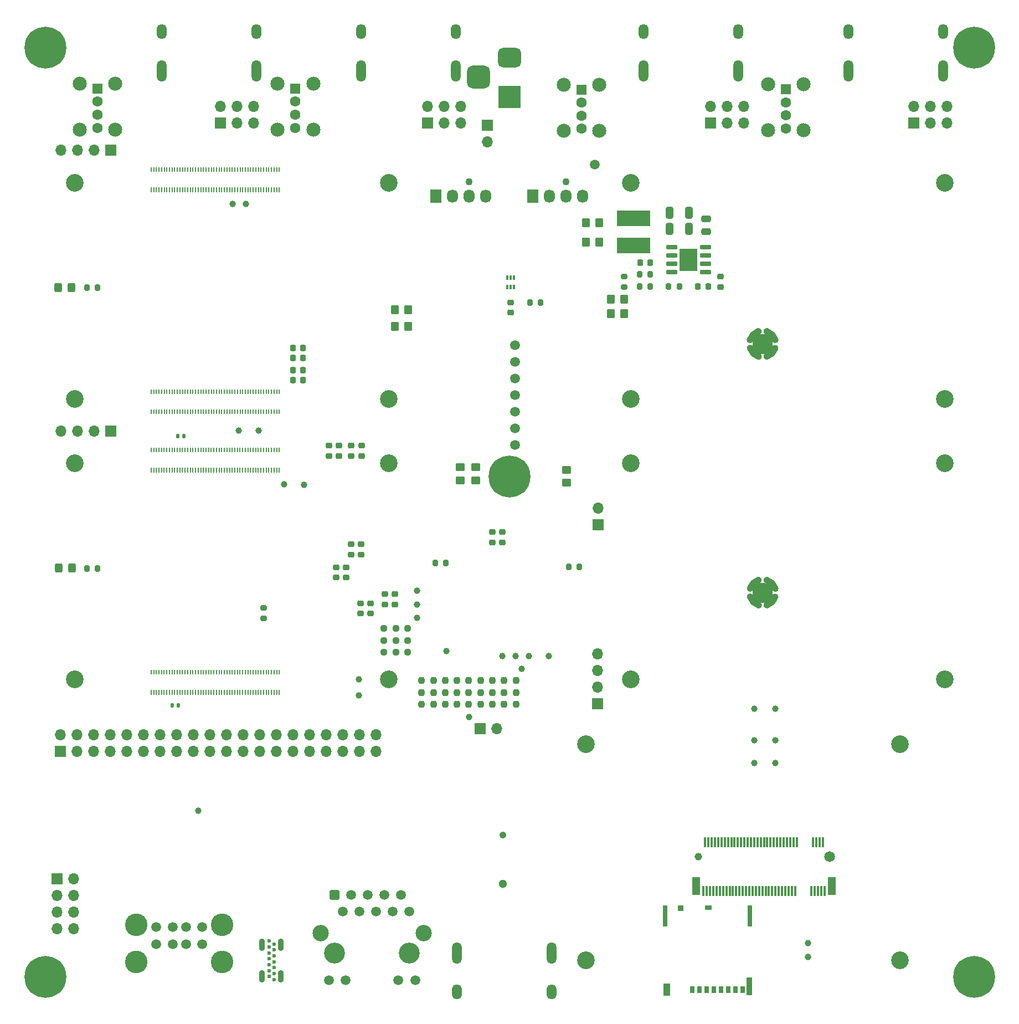
<source format=gbs>
%TF.GenerationSoftware,KiCad,Pcbnew,7.0.2-6a45011f42~172~ubuntu22.04.1*%
%TF.CreationDate,2023-04-24T13:24:37-07:00*%
%TF.ProjectId,Hepta-Pi_1.1,48657074-612d-4506-995f-312e312e6b69,2.1*%
%TF.SameCoordinates,PX37cf1c0PY1ad88f0*%
%TF.FileFunction,Soldermask,Bot*%
%TF.FilePolarity,Negative*%
%FSLAX46Y46*%
G04 Gerber Fmt 4.6, Leading zero omitted, Abs format (unit mm)*
G04 Created by KiCad (PCBNEW 7.0.2-6a45011f42~172~ubuntu22.04.1) date 2023-04-24 13:24:37*
%MOMM*%
%LPD*%
G01*
G04 APERTURE LIST*
G04 Aperture macros list*
%AMRoundRect*
0 Rectangle with rounded corners*
0 $1 Rounding radius*
0 $2 $3 $4 $5 $6 $7 $8 $9 X,Y pos of 4 corners*
0 Add a 4 corners polygon primitive as box body*
4,1,4,$2,$3,$4,$5,$6,$7,$8,$9,$2,$3,0*
0 Add four circle primitives for the rounded corners*
1,1,$1+$1,$2,$3*
1,1,$1+$1,$4,$5*
1,1,$1+$1,$6,$7*
1,1,$1+$1,$8,$9*
0 Add four rect primitives between the rounded corners*
20,1,$1+$1,$2,$3,$4,$5,0*
20,1,$1+$1,$4,$5,$6,$7,0*
20,1,$1+$1,$6,$7,$8,$9,0*
20,1,$1+$1,$8,$9,$2,$3,0*%
%AMFreePoly0*
4,1,41,0.242473,1.530917,0.478976,1.474138,0.703685,1.381060,0.911067,1.253976,1.096016,1.096016,1.253976,0.911067,1.381060,0.703685,1.474138,0.478976,1.530917,0.242473,1.550000,0.000000,1.530917,-0.242473,1.474138,-0.478976,1.381060,-0.703685,1.253976,-0.911067,1.096016,-1.096016,0.911067,-1.253976,0.703685,-1.381060,0.478976,-1.474138,0.242473,-1.530917,0.000000,-1.550000,
-0.242473,-1.530917,-0.478976,-1.474138,-0.703685,-1.381060,-0.911067,-1.253976,-1.096016,-1.096016,-1.253976,-0.911067,-1.381060,-0.703685,-1.474138,-0.478976,-1.530917,-0.242473,-1.550000,0.000000,-1.530917,0.242473,-1.474138,0.478976,-1.381060,0.703685,-1.253976,0.911067,-1.096016,1.096016,-0.911067,1.253976,-0.703685,1.381060,-0.478976,1.474138,-0.242473,1.530917,0.000000,1.550000,
0.242473,1.530917,0.242473,1.530917,$1*%
G04 Aperture macros list end*
%ADD10C,1.000000*%
%ADD11R,1.700000X1.700000*%
%ADD12O,1.700000X1.700000*%
%ADD13C,1.100000*%
%ADD14R,1.730000X2.030000*%
%ADD15O,1.730000X2.030000*%
%ADD16C,1.500000*%
%ADD17O,1.500000X3.300000*%
%ADD18O,1.500000X2.300000*%
%ADD19C,1.050000*%
%ADD20C,1.300000*%
%ADD21R,3.500000X3.500000*%
%ADD22RoundRect,0.750000X-1.000000X0.750000X-1.000000X-0.750000X1.000000X-0.750000X1.000000X0.750000X0*%
%ADD23RoundRect,0.875000X-0.875000X0.875000X-0.875000X-0.875000X0.875000X-0.875000X0.875000X0.875000X0*%
%ADD24RoundRect,0.450000X0.000000X-0.500000X0.000000X-0.500000X0.000000X0.500000X0.000000X0.500000X0*%
%ADD25R,0.600000X0.600000*%
%ADD26C,0.600000*%
%ADD27R,1.600000X1.600000*%
%ADD28C,1.600000*%
%ADD29C,2.150000*%
%ADD30C,3.450000*%
%ADD31C,3.200000*%
%ADD32RoundRect,0.250500X-0.499500X-0.499500X0.499500X-0.499500X0.499500X0.499500X-0.499500X0.499500X0*%
%ADD33C,2.500000*%
%ADD34C,3.600000*%
%ADD35C,6.400000*%
%ADD36C,2.700000*%
%ADD37FreePoly0,0.000000*%
%ADD38RoundRect,0.250000X-0.325000X-0.650000X0.325000X-0.650000X0.325000X0.650000X-0.325000X0.650000X0*%
%ADD39RoundRect,0.225000X-0.250000X0.225000X-0.250000X-0.225000X0.250000X-0.225000X0.250000X0.225000X0*%
%ADD40RoundRect,0.237500X-0.237500X0.250000X-0.237500X-0.250000X0.237500X-0.250000X0.237500X0.250000X0*%
%ADD41C,1.000000*%
%ADD42RoundRect,0.250000X-0.450000X0.350000X-0.450000X-0.350000X0.450000X-0.350000X0.450000X0.350000X0*%
%ADD43RoundRect,0.250000X-0.350000X-0.450000X0.350000X-0.450000X0.350000X0.450000X-0.350000X0.450000X0*%
%ADD44R,0.340000X0.700000*%
%ADD45RoundRect,0.250000X0.350000X0.450000X-0.350000X0.450000X-0.350000X-0.450000X0.350000X-0.450000X0*%
%ADD46RoundRect,0.250000X0.325000X0.450000X-0.325000X0.450000X-0.325000X-0.450000X0.325000X-0.450000X0*%
%ADD47RoundRect,0.237500X0.250000X0.237500X-0.250000X0.237500X-0.250000X-0.237500X0.250000X-0.237500X0*%
%ADD48RoundRect,0.225000X0.250000X-0.225000X0.250000X0.225000X-0.250000X0.225000X-0.250000X-0.225000X0*%
%ADD49RoundRect,0.140000X-0.140000X-0.170000X0.140000X-0.170000X0.140000X0.170000X-0.140000X0.170000X0*%
%ADD50RoundRect,0.200000X0.200000X0.275000X-0.200000X0.275000X-0.200000X-0.275000X0.200000X-0.275000X0*%
%ADD51RoundRect,0.250000X0.475000X-0.250000X0.475000X0.250000X-0.475000X0.250000X-0.475000X-0.250000X0*%
%ADD52R,0.700000X1.100000*%
%ADD53R,0.900000X0.930000*%
%ADD54R,1.050000X0.780000*%
%ADD55R,0.700000X3.330000*%
%ADD56R,1.140000X1.830000*%
%ADD57R,0.860000X2.800000*%
%ADD58RoundRect,0.225000X0.225000X0.250000X-0.225000X0.250000X-0.225000X-0.250000X0.225000X-0.250000X0*%
%ADD59R,0.200000X0.700000*%
%ADD60R,5.100000X2.350000*%
%ADD61R,2.710000X3.400000*%
%ADD62RoundRect,0.150000X0.737500X0.150000X-0.737500X0.150000X-0.737500X-0.150000X0.737500X-0.150000X0*%
%ADD63RoundRect,0.200000X-0.200000X-0.275000X0.200000X-0.275000X0.200000X0.275000X-0.200000X0.275000X0*%
%ADD64C,1.150000*%
%ADD65C,1.650000*%
%ADD66R,0.300000X1.550000*%
%ADD67R,1.200000X2.750000*%
%ADD68RoundRect,0.225000X-0.225000X-0.250000X0.225000X-0.250000X0.225000X0.250000X-0.225000X0.250000X0*%
%ADD69RoundRect,0.200000X-0.275000X0.200000X-0.275000X-0.200000X0.275000X-0.200000X0.275000X0.200000X0*%
G04 APERTURE END LIST*
D10*
%TO.C,H5*%
X113039999Y-85305001D02*
G75*
G03*
X111765001Y-86580000I576761J-1851759D01*
G01*
X111790001Y-87855001D02*
G75*
G03*
X113065000Y-89129999I1851759J576761D01*
G01*
X115614999Y-86579999D02*
G75*
G03*
X114340000Y-85305001I-1851759J-576761D01*
G01*
X114340002Y-89129999D02*
G75*
G03*
X115590000Y-87880000I-565447J1815445D01*
G01*
%TO.C,H3*%
X113029999Y-47310001D02*
G75*
G03*
X111755001Y-48585000I576761J-1851759D01*
G01*
X111780001Y-49860001D02*
G75*
G03*
X113055000Y-51134999I1851759J576761D01*
G01*
X115604999Y-48584999D02*
G75*
G03*
X114330000Y-47310001I-1851759J-576761D01*
G01*
X114330002Y-51134999D02*
G75*
G03*
X115580000Y-49885000I-565447J1815445D01*
G01*
%TD*%
D11*
%TO.C,J27*%
X14020000Y-19600000D03*
D12*
X11480000Y-19600000D03*
X8940000Y-19600000D03*
X6400000Y-19600000D03*
%TD*%
D13*
%TO.C,J15*%
X68847500Y-24465000D03*
D14*
X63767500Y-26625000D03*
D15*
X66307500Y-26625000D03*
X68847500Y-26625000D03*
X71387500Y-26625000D03*
%TD*%
D13*
%TO.C,J16*%
X83660000Y-24465000D03*
D14*
X78580000Y-26625000D03*
D15*
X81120000Y-26625000D03*
X83660000Y-26625000D03*
X86200000Y-26625000D03*
%TD*%
D16*
%TO.C,TP2*%
X75820000Y-49410000D03*
%TD*%
D11*
%TO.C,J13*%
X105705000Y-15475000D03*
D12*
X105705000Y-12935000D03*
X108245000Y-15475000D03*
X108245000Y-12935000D03*
X110785000Y-15475000D03*
X110785000Y-12935000D03*
%TD*%
D17*
%TO.C,J4*%
X126780000Y-7489750D03*
X141280000Y-7489750D03*
D18*
X141280000Y-1529750D03*
X126780000Y-1529750D03*
%TD*%
D19*
%TO.C,BT1*%
X73990000Y-124245000D03*
D20*
X73990000Y-131695000D03*
%TD*%
D11*
%TO.C,J22*%
X5805000Y-130950000D03*
D12*
X8345000Y-130950000D03*
X5805000Y-133490000D03*
X8345000Y-133490000D03*
X5805000Y-136030000D03*
X8345000Y-136030000D03*
X5805000Y-138570000D03*
X8345000Y-138570000D03*
%TD*%
D21*
%TO.C,J9*%
X74962500Y-11450000D03*
D22*
X74962500Y-5450000D03*
D23*
X70262500Y-8450000D03*
%TD*%
D16*
%TO.C,TP3*%
X75820000Y-51950000D03*
%TD*%
D24*
%TO.C,J26*%
X37180000Y-141015000D03*
X40040000Y-141015000D03*
X37180000Y-145815000D03*
X40040000Y-145815000D03*
D25*
X38220000Y-145865003D03*
D26*
X38220000Y-144965004D03*
X38220000Y-144065002D03*
X38220000Y-143165001D03*
X38220000Y-142265000D03*
X38220000Y-141365000D03*
X38220000Y-140465000D03*
X39000000Y-140915000D03*
X39000000Y-141815000D03*
X39000000Y-142715001D03*
X39000000Y-143615001D03*
X39000000Y-144515003D03*
X39000000Y-145415003D03*
X39000000Y-146315003D03*
%TD*%
D27*
%TO.C,J7*%
X85980000Y-10345000D03*
D28*
X85980000Y-12345000D03*
X85980000Y-14345000D03*
X85980000Y-16345000D03*
D29*
X88700000Y-9615000D03*
X83260000Y-9615000D03*
X88700000Y-16615000D03*
X83260000Y-16615000D03*
%TD*%
D11*
%TO.C,J19*%
X70460000Y-108040000D03*
D12*
X73000000Y-108040000D03*
%TD*%
D11*
%TO.C,J17*%
X88520000Y-76840000D03*
D12*
X88520000Y-74300000D03*
%TD*%
D16*
%TO.C,J25*%
X21005000Y-138310000D03*
X23505000Y-138310000D03*
X25505000Y-138310000D03*
X28005000Y-138310000D03*
X21005000Y-140930000D03*
X23505000Y-140930000D03*
X25505000Y-140930000D03*
X28005000Y-140930000D03*
D30*
X17935000Y-143640000D03*
X31075000Y-143640000D03*
X17935000Y-137960000D03*
X31075000Y-137960000D03*
%TD*%
D11*
%TO.C,J12*%
X71600000Y-15800000D03*
D12*
X71600000Y-18340000D03*
%TD*%
D31*
%TO.C,U32*%
X48275000Y-142260000D03*
X59705000Y-142260000D03*
D32*
X48275000Y-133370000D03*
D16*
X49545000Y-135910000D03*
X50815000Y-133370000D03*
X52085000Y-135910000D03*
X53355000Y-133370000D03*
X54625000Y-135910000D03*
X55895000Y-133370000D03*
X57165000Y-135910000D03*
X58435000Y-133370000D03*
X59705000Y-135910000D03*
X47355000Y-146450000D03*
X49930000Y-146450000D03*
X58005000Y-146450000D03*
X60555000Y-146450000D03*
D33*
X46115000Y-139210000D03*
X61865000Y-139210000D03*
%TD*%
D11*
%TO.C,J28*%
X14030000Y-62510000D03*
D12*
X11490000Y-62510000D03*
X8950000Y-62510000D03*
X6410000Y-62510000D03*
%TD*%
D34*
%TO.C,H6*%
X4005000Y-145950000D03*
D35*
X4005000Y-145950000D03*
%TD*%
D34*
%TO.C,H4*%
X75010000Y-69480000D03*
D35*
X75010000Y-69480000D03*
%TD*%
D16*
%TO.C,TP6*%
X75820000Y-59570000D03*
%TD*%
D17*
%TO.C,J24*%
X81430000Y-142293250D03*
X66930000Y-142293250D03*
D18*
X66930000Y-148253250D03*
X81430000Y-148253250D03*
%TD*%
D16*
%TO.C,TP7*%
X75820000Y-62110000D03*
%TD*%
D36*
%TO.C,Module4*%
X93500000Y-100440000D03*
X141500000Y-100440000D03*
X93500000Y-67440000D03*
X141500000Y-67440000D03*
%TD*%
D16*
%TO.C,TP12*%
X75820000Y-64650000D03*
%TD*%
D34*
%TO.C,H7*%
X146005000Y-145950000D03*
D35*
X146005000Y-145950000D03*
%TD*%
D11*
%TO.C,J11*%
X62480000Y-15475000D03*
D12*
X62480000Y-12935000D03*
X65020000Y-15475000D03*
X65020000Y-12935000D03*
X67560000Y-15475000D03*
X67560000Y-12935000D03*
%TD*%
D16*
%TO.C,TP1*%
X88010000Y-21830000D03*
%TD*%
D34*
%TO.C,H2*%
X146005000Y-3950000D03*
D35*
X146005000Y-3950000D03*
%TD*%
D36*
%TO.C,Module3*%
X93505000Y-57600000D03*
X141505000Y-57600000D03*
X93505000Y-24600000D03*
X141505000Y-24600000D03*
%TD*%
D34*
%TO.C,H1*%
X4005000Y-3950000D03*
D35*
X4005000Y-3950000D03*
%TD*%
D37*
%TO.C,H5*%
X113690000Y-87230000D03*
%TD*%
D11*
%TO.C,J14*%
X136755000Y-15450000D03*
D12*
X136755000Y-12910000D03*
X139295000Y-15450000D03*
X139295000Y-12910000D03*
X141835000Y-15450000D03*
X141835000Y-12910000D03*
%TD*%
D17*
%TO.C,J2*%
X52255000Y-7489750D03*
X66755000Y-7489750D03*
D18*
X66755000Y-1529750D03*
X52255000Y-1529750D03*
%TD*%
D36*
%TO.C,Module2*%
X8500000Y-100440000D03*
X56500000Y-100440000D03*
X8500000Y-67440000D03*
X56500000Y-67440000D03*
%TD*%
D27*
%TO.C,J6*%
X42255000Y-10190000D03*
D28*
X42255000Y-12190000D03*
X42255000Y-14190000D03*
X42255000Y-16190000D03*
D29*
X44975000Y-9460000D03*
X39535000Y-9460000D03*
X44975000Y-16460000D03*
X39535000Y-16460000D03*
%TD*%
D17*
%TO.C,J3*%
X95480000Y-7489750D03*
X109980000Y-7489750D03*
D18*
X109980000Y-1529750D03*
X95480000Y-1529750D03*
%TD*%
D11*
%TO.C,J10*%
X30755000Y-15450000D03*
D12*
X30755000Y-12910000D03*
X33295000Y-15450000D03*
X33295000Y-12910000D03*
X35835000Y-15450000D03*
X35835000Y-12910000D03*
%TD*%
D16*
%TO.C,TP4*%
X75820000Y-54490000D03*
%TD*%
%TO.C,TP5*%
X75820000Y-57030000D03*
%TD*%
D11*
%TO.C,J20*%
X6317500Y-111475000D03*
D12*
X6317500Y-108935000D03*
X8857500Y-111475000D03*
X8857500Y-108935000D03*
X11397500Y-111475000D03*
X11397500Y-108935000D03*
X13937500Y-111475000D03*
X13937500Y-108935000D03*
X16477500Y-111475000D03*
X16477500Y-108935000D03*
X19017500Y-111475000D03*
X19017500Y-108935000D03*
X21557500Y-111475000D03*
X21557500Y-108935000D03*
X24097500Y-111475000D03*
X24097500Y-108935000D03*
X26637500Y-111475000D03*
X26637500Y-108935000D03*
X29177500Y-111475000D03*
X29177500Y-108935000D03*
X31717500Y-111475000D03*
X31717500Y-108935000D03*
X34257500Y-111475000D03*
X34257500Y-108935000D03*
X36797500Y-111475000D03*
X36797500Y-108935000D03*
X39337500Y-111475000D03*
X39337500Y-108935000D03*
X41877500Y-111475000D03*
X41877500Y-108935000D03*
X44417500Y-111475000D03*
X44417500Y-108935000D03*
X46957500Y-111475000D03*
X46957500Y-108935000D03*
X49497500Y-111475000D03*
X49497500Y-108935000D03*
X52037500Y-111475000D03*
X52037500Y-108935000D03*
X54577500Y-111475000D03*
X54577500Y-108935000D03*
%TD*%
D17*
%TO.C,J1*%
X21780000Y-7489750D03*
X36280000Y-7489750D03*
D18*
X36280000Y-1529750D03*
X21780000Y-1529750D03*
%TD*%
D27*
%TO.C,J5*%
X12005000Y-10190000D03*
D28*
X12005000Y-12190000D03*
X12005000Y-14190000D03*
X12005000Y-16190000D03*
D29*
X14725000Y-9460000D03*
X9285000Y-9460000D03*
X14725000Y-16460000D03*
X9285000Y-16460000D03*
%TD*%
D11*
%TO.C,J18*%
X88480000Y-104160000D03*
D12*
X88480000Y-101620000D03*
X88480000Y-99080000D03*
X88480000Y-96540000D03*
%TD*%
D36*
%TO.C,Module1*%
X8505000Y-57600000D03*
X56505000Y-57600000D03*
X8505000Y-24600000D03*
X56505000Y-24600000D03*
%TD*%
D27*
%TO.C,J8*%
X117255000Y-10300000D03*
D28*
X117255000Y-12300000D03*
X117255000Y-14300000D03*
X117255000Y-16300000D03*
D29*
X119975000Y-9570000D03*
X114535000Y-9570000D03*
X119975000Y-16570000D03*
X114535000Y-16570000D03*
%TD*%
D37*
%TO.C,H3*%
X113680000Y-49235000D03*
%TD*%
D36*
%TO.C,Module0*%
X134705000Y-110400000D03*
X86705000Y-110400000D03*
X134705000Y-143400000D03*
X86705000Y-143400000D03*
%TD*%
D38*
%TO.C,C135*%
X99490000Y-29155000D03*
X102440000Y-29155000D03*
%TD*%
D39*
%TO.C,C155*%
X57470000Y-87445000D03*
X57470000Y-88995000D03*
%TD*%
D40*
%TO.C,R127*%
X61540000Y-100657500D03*
X61540000Y-102482500D03*
%TD*%
D41*
%TO.C,TP35*%
X68770000Y-106200000D03*
%TD*%
D42*
%TO.C,R108*%
X69830000Y-68050000D03*
X69830000Y-70050000D03*
%TD*%
D43*
%TO.C,R106*%
X90490000Y-44560000D03*
X92490000Y-44560000D03*
%TD*%
D44*
%TO.C,U34*%
X74645000Y-39050000D03*
X75145000Y-39050000D03*
X75645000Y-39050000D03*
X75645000Y-40550000D03*
X75145000Y-40550000D03*
X74645000Y-40550000D03*
%TD*%
D43*
%TO.C,R104*%
X90500000Y-42420000D03*
X92500000Y-42420000D03*
%TD*%
D45*
%TO.C,R97*%
X88680000Y-30730000D03*
X86680000Y-30730000D03*
%TD*%
%TO.C,R107*%
X59470000Y-46520000D03*
X57470000Y-46520000D03*
%TD*%
%TO.C,R98*%
X88670000Y-33650000D03*
X86670000Y-33650000D03*
%TD*%
D46*
%TO.C,D13*%
X8132499Y-83490000D03*
X6082499Y-83490000D03*
%TD*%
D47*
%TO.C,R116*%
X57597500Y-94550000D03*
X55772500Y-94550000D03*
%TD*%
D40*
%TO.C,R123*%
X68760000Y-100657500D03*
X68760000Y-102482500D03*
%TD*%
D48*
%TO.C,C150*%
X47370002Y-66310000D03*
X47370002Y-64760000D03*
%TD*%
D41*
%TO.C,TP39*%
X112430000Y-113280000D03*
%TD*%
%TO.C,TP18*%
X36642000Y-62450000D03*
%TD*%
D47*
%TO.C,R117*%
X59422500Y-96350000D03*
X57597500Y-96350000D03*
%TD*%
D48*
%TO.C,C139*%
X107210000Y-40485000D03*
X107210000Y-38935000D03*
%TD*%
D49*
%TO.C,C146*%
X24260000Y-63270000D03*
X25220000Y-63270000D03*
%TD*%
D41*
%TO.C,TP36*%
X115660000Y-109780000D03*
%TD*%
%TO.C,TP30*%
X51940707Y-102889293D03*
%TD*%
D48*
%TO.C,C148*%
X50810001Y-66320000D03*
X50810001Y-64770000D03*
%TD*%
D40*
%TO.C,R119*%
X75970000Y-100657500D03*
X75970000Y-102482500D03*
%TD*%
D50*
%TO.C,R111*%
X12035000Y-83560000D03*
X10385000Y-83560000D03*
%TD*%
D51*
%TO.C,C136*%
X105060000Y-32045000D03*
X105060000Y-30145000D03*
%TD*%
D38*
%TO.C,C137*%
X99490000Y-31645000D03*
X102440000Y-31645000D03*
%TD*%
D42*
%TO.C,R110*%
X83670000Y-68450000D03*
X83670000Y-70450000D03*
%TD*%
D41*
%TO.C,TP31*%
X115660000Y-104950000D03*
%TD*%
%TO.C,TP19*%
X33619293Y-62450707D03*
%TD*%
D40*
%TO.C,R132*%
X68760000Y-102477500D03*
X68760000Y-104302500D03*
%TD*%
D52*
%TO.C,J30*%
X102900000Y-147905000D03*
X104000000Y-147905000D03*
X105100000Y-147905000D03*
X106200000Y-147905000D03*
X107300000Y-147905000D03*
X108400000Y-147905000D03*
X109500000Y-147905000D03*
X110600000Y-147905000D03*
D53*
X101110000Y-135440000D03*
D54*
X105375000Y-135365000D03*
D55*
X98800000Y-136640000D03*
D56*
X99020000Y-147890000D03*
D57*
X111680000Y-147405000D03*
D55*
X111760000Y-136640000D03*
%TD*%
D41*
%TO.C,TP42*%
X120620000Y-142870000D03*
%TD*%
%TO.C,TP20*%
X43600000Y-70750000D03*
%TD*%
D58*
%TO.C,C145*%
X43435000Y-54730000D03*
X41885000Y-54730000D03*
%TD*%
D41*
%TO.C,TP28*%
X73880000Y-96900000D03*
%TD*%
D59*
%TO.C,ZZ14*%
X39790000Y-102460000D03*
X39790000Y-99380000D03*
X39390000Y-102460000D03*
X39390000Y-99380000D03*
X38990000Y-102460000D03*
X38990000Y-99380000D03*
X38590000Y-102460000D03*
X38590000Y-99380000D03*
X38190000Y-102460000D03*
X38190000Y-99380000D03*
X37790000Y-102460000D03*
X37790000Y-99380000D03*
X37390000Y-102460000D03*
X37390000Y-99380000D03*
X36990000Y-102460000D03*
X36990000Y-99380000D03*
X36590000Y-102460000D03*
X36590000Y-99380000D03*
X36190000Y-102460000D03*
X36190000Y-99380000D03*
X35790000Y-102460000D03*
X35790000Y-99380000D03*
X35390000Y-102460000D03*
X35390000Y-99380000D03*
X34990000Y-102460000D03*
X34990000Y-99380000D03*
X34590000Y-102460000D03*
X34590000Y-99380000D03*
X34190000Y-102460000D03*
X34190000Y-99380000D03*
X33790000Y-102460000D03*
X33790000Y-99380000D03*
X33390000Y-102460000D03*
X33390000Y-99380000D03*
X32990000Y-102460000D03*
X32990000Y-99380000D03*
X32590000Y-102460000D03*
X32590000Y-99380000D03*
X32190000Y-102460000D03*
X32190000Y-99380000D03*
X31790000Y-102460000D03*
X31790000Y-99380000D03*
X31390000Y-102460000D03*
X31390000Y-99380000D03*
X30990000Y-102460000D03*
X30990000Y-99380000D03*
X30590000Y-102460000D03*
X30590000Y-99380000D03*
X30190000Y-102460000D03*
X30190000Y-99380000D03*
X29790000Y-102460000D03*
X29790000Y-99380000D03*
X29390000Y-102460000D03*
X29390000Y-99380000D03*
X28990000Y-102460000D03*
X28990000Y-99380000D03*
X28590000Y-102460000D03*
X28590000Y-99380000D03*
X28190000Y-102460000D03*
X28190000Y-99380000D03*
X27790000Y-102460000D03*
X27790000Y-99380000D03*
X27390000Y-102460000D03*
X27390000Y-99380000D03*
X26990000Y-102460000D03*
X26990000Y-99380000D03*
X26590000Y-102460000D03*
X26590000Y-99380000D03*
X26190000Y-102460000D03*
X26190000Y-99380000D03*
X25790000Y-102460000D03*
X25790000Y-99380000D03*
X25390000Y-102460000D03*
X25390000Y-99380000D03*
X24990000Y-102460000D03*
X24990000Y-99380000D03*
X24590000Y-102460000D03*
X24590000Y-99380000D03*
X24190000Y-102460000D03*
X24190000Y-99380000D03*
X23790000Y-102460000D03*
X23790000Y-99380000D03*
X23390000Y-102460000D03*
X23390000Y-99380000D03*
X22990000Y-102460000D03*
X22990000Y-99380000D03*
X22590000Y-102460000D03*
X22590000Y-99380000D03*
X22190000Y-102460000D03*
X22190000Y-99380000D03*
X21790000Y-102460000D03*
X21790000Y-99380000D03*
X21390000Y-102460000D03*
X21390000Y-99380000D03*
X20990000Y-102460000D03*
X20990000Y-99380000D03*
X20590000Y-102460000D03*
X20590000Y-99380000D03*
X20190000Y-102460000D03*
X20190000Y-99380000D03*
%TD*%
D39*
%TO.C,C152*%
X50780000Y-79835000D03*
X50780000Y-81385000D03*
%TD*%
D40*
%TO.C,R134*%
X65155000Y-102477500D03*
X65155000Y-104302500D03*
%TD*%
D41*
%TO.C,TP27*%
X75930000Y-96900000D03*
%TD*%
D59*
%TO.C,ZZ12*%
X39800000Y-59610000D03*
X39800000Y-56530000D03*
X39400000Y-59610000D03*
X39400000Y-56530000D03*
X39000000Y-59610000D03*
X39000000Y-56530000D03*
X38600000Y-59610000D03*
X38600000Y-56530000D03*
X38200000Y-59610000D03*
X38200000Y-56530000D03*
X37800000Y-59610000D03*
X37800000Y-56530000D03*
X37400000Y-59610000D03*
X37400000Y-56530000D03*
X37000000Y-59610000D03*
X37000000Y-56530000D03*
X36600000Y-59610000D03*
X36600000Y-56530000D03*
X36200000Y-59610000D03*
X36200000Y-56530000D03*
X35800000Y-59610000D03*
X35800000Y-56530000D03*
X35400000Y-59610000D03*
X35400000Y-56530000D03*
X35000000Y-59610000D03*
X35000000Y-56530000D03*
X34600000Y-59610000D03*
X34600000Y-56530000D03*
X34200000Y-59610000D03*
X34200000Y-56530000D03*
X33800000Y-59610000D03*
X33800000Y-56530000D03*
X33400000Y-59610000D03*
X33400000Y-56530000D03*
X33000000Y-59610000D03*
X33000000Y-56530000D03*
X32600000Y-59610000D03*
X32600000Y-56530000D03*
X32200000Y-59610000D03*
X32200000Y-56530000D03*
X31800000Y-59610000D03*
X31800000Y-56530000D03*
X31400000Y-59610000D03*
X31400000Y-56530000D03*
X31000000Y-59610000D03*
X31000000Y-56530000D03*
X30600000Y-59610000D03*
X30600000Y-56530000D03*
X30200000Y-59610000D03*
X30200000Y-56530000D03*
X29800000Y-59610000D03*
X29800000Y-56530000D03*
X29400000Y-59610000D03*
X29400000Y-56530000D03*
X29000000Y-59610000D03*
X29000000Y-56530000D03*
X28600000Y-59610000D03*
X28600000Y-56530000D03*
X28200000Y-59610000D03*
X28200000Y-56530000D03*
X27800000Y-59610000D03*
X27800000Y-56530000D03*
X27400000Y-59610000D03*
X27400000Y-56530000D03*
X27000000Y-59610000D03*
X27000000Y-56530000D03*
X26600000Y-59610000D03*
X26600000Y-56530000D03*
X26200000Y-59610000D03*
X26200000Y-56530000D03*
X25800000Y-59610000D03*
X25800000Y-56530000D03*
X25400000Y-59610000D03*
X25400000Y-56530000D03*
X25000000Y-59610000D03*
X25000000Y-56530000D03*
X24600000Y-59610000D03*
X24600000Y-56530000D03*
X24200000Y-59610000D03*
X24200000Y-56530000D03*
X23800000Y-59610000D03*
X23800000Y-56530000D03*
X23400000Y-59610000D03*
X23400000Y-56530000D03*
X23000000Y-59610000D03*
X23000000Y-56530000D03*
X22600000Y-59610000D03*
X22600000Y-56530000D03*
X22200000Y-59610000D03*
X22200000Y-56530000D03*
X21800000Y-59610000D03*
X21800000Y-56530000D03*
X21400000Y-59610000D03*
X21400000Y-56530000D03*
X21000000Y-59610000D03*
X21000000Y-56530000D03*
X20600000Y-59610000D03*
X20600000Y-56530000D03*
X20200000Y-59610000D03*
X20200000Y-56530000D03*
%TD*%
D39*
%TO.C,C151*%
X52309999Y-79835000D03*
X52309999Y-81385000D03*
%TD*%
D40*
%TO.C,R120*%
X74167500Y-100657500D03*
X74167500Y-102482500D03*
%TD*%
D42*
%TO.C,R109*%
X67450000Y-68050000D03*
X67450000Y-70050000D03*
%TD*%
D41*
%TO.C,TP16*%
X34697643Y-27860433D03*
%TD*%
%TO.C,TP24*%
X60830000Y-91050000D03*
%TD*%
D50*
%TO.C,R103*%
X12008097Y-40610000D03*
X10358097Y-40610000D03*
%TD*%
D41*
%TO.C,TP29*%
X51970707Y-100439293D03*
%TD*%
D40*
%TO.C,R124*%
X66957500Y-100657500D03*
X66957500Y-102482500D03*
%TD*%
D60*
%TO.C,L5*%
X93950000Y-34215000D03*
X93950000Y-30065000D03*
%TD*%
D40*
%TO.C,R122*%
X70562500Y-100657500D03*
X70562500Y-102482500D03*
%TD*%
%TO.C,R136*%
X61540000Y-102477500D03*
X61540000Y-104302500D03*
%TD*%
D58*
%TO.C,C142*%
X43435000Y-49800001D03*
X41885000Y-49800001D03*
%TD*%
D41*
%TO.C,TP40*%
X27370000Y-120520000D03*
%TD*%
%TO.C,TP17*%
X32627643Y-27860433D03*
%TD*%
%TO.C,TP34*%
X76850000Y-98830000D03*
%TD*%
D39*
%TO.C,C156*%
X55940001Y-87445000D03*
X55940001Y-88995000D03*
%TD*%
D40*
%TO.C,R135*%
X63360001Y-102477500D03*
X63360001Y-104302500D03*
%TD*%
D41*
%TO.C,TP25*%
X65330000Y-96150000D03*
%TD*%
D58*
%TO.C,C144*%
X43435000Y-53190000D03*
X41885000Y-53190000D03*
%TD*%
D50*
%TO.C,FB1*%
X79735000Y-42930000D03*
X78085000Y-42930000D03*
%TD*%
D41*
%TO.C,TP33*%
X80960000Y-96900000D03*
%TD*%
D61*
%TO.C,U33*%
X102360000Y-36355000D03*
D62*
X104922500Y-34450000D03*
X104922500Y-35720000D03*
X104922500Y-36990000D03*
X104922500Y-38260000D03*
X99797500Y-38260000D03*
X99797500Y-36990000D03*
X99797500Y-35720000D03*
X99797500Y-34450000D03*
%TD*%
D50*
%TO.C,R99*%
X96530000Y-38615000D03*
X94880000Y-38615000D03*
%TD*%
D47*
%TO.C,R114*%
X57597500Y-92690000D03*
X55772500Y-92690000D03*
%TD*%
D40*
%TO.C,R125*%
X65155000Y-100657500D03*
X65155000Y-102482500D03*
%TD*%
D39*
%TO.C,C158*%
X52220000Y-88855000D03*
X52220000Y-90405000D03*
%TD*%
%TO.C,C141*%
X75140000Y-42905000D03*
X75140000Y-44455000D03*
%TD*%
D63*
%TO.C,R101*%
X99320000Y-40465000D03*
X100970000Y-40465000D03*
%TD*%
D49*
%TO.C,C159*%
X23420000Y-104450000D03*
X24380000Y-104450000D03*
%TD*%
D59*
%TO.C,ZZ13*%
X39790000Y-68500000D03*
X39790000Y-65420000D03*
X39390000Y-68500000D03*
X39390000Y-65420000D03*
X38990000Y-68500000D03*
X38990000Y-65420000D03*
X38590000Y-68500000D03*
X38590000Y-65420000D03*
X38190000Y-68500000D03*
X38190000Y-65420000D03*
X37790000Y-68500000D03*
X37790000Y-65420000D03*
X37390000Y-68500000D03*
X37390000Y-65420000D03*
X36990000Y-68500000D03*
X36990000Y-65420000D03*
X36590000Y-68500000D03*
X36590000Y-65420000D03*
X36190000Y-68500000D03*
X36190000Y-65420000D03*
X35790000Y-68500000D03*
X35790000Y-65420000D03*
X35390000Y-68500000D03*
X35390000Y-65420000D03*
X34990000Y-68500000D03*
X34990000Y-65420000D03*
X34590000Y-68500000D03*
X34590000Y-65420000D03*
X34190000Y-68500000D03*
X34190000Y-65420000D03*
X33790000Y-68500000D03*
X33790000Y-65420000D03*
X33390000Y-68500000D03*
X33390000Y-65420000D03*
X32990000Y-68500000D03*
X32990000Y-65420000D03*
X32590000Y-68500000D03*
X32590000Y-65420000D03*
X32190000Y-68500000D03*
X32190000Y-65420000D03*
X31790000Y-68500000D03*
X31790000Y-65420000D03*
X31390000Y-68500000D03*
X31390000Y-65420000D03*
X30990000Y-68500000D03*
X30990000Y-65420000D03*
X30590000Y-68500000D03*
X30590000Y-65420000D03*
X30190000Y-68500000D03*
X30190000Y-65420000D03*
X29790000Y-68500000D03*
X29790000Y-65420000D03*
X29390000Y-68500000D03*
X29390000Y-65420000D03*
X28990000Y-68500000D03*
X28990000Y-65420000D03*
X28590000Y-68500000D03*
X28590000Y-65420000D03*
X28190000Y-68500000D03*
X28190000Y-65420000D03*
X27790000Y-68500000D03*
X27790000Y-65420000D03*
X27390000Y-68500000D03*
X27390000Y-65420000D03*
X26990000Y-68500000D03*
X26990000Y-65420000D03*
X26590000Y-68500000D03*
X26590000Y-65420000D03*
X26190000Y-68500000D03*
X26190000Y-65420000D03*
X25790000Y-68500000D03*
X25790000Y-65420000D03*
X25390000Y-68500000D03*
X25390000Y-65420000D03*
X24990000Y-68500000D03*
X24990000Y-65420000D03*
X24590000Y-68500000D03*
X24590000Y-65420000D03*
X24190000Y-68500000D03*
X24190000Y-65420000D03*
X23790000Y-68500000D03*
X23790000Y-65420000D03*
X23390000Y-68500000D03*
X23390000Y-65420000D03*
X22990000Y-68500000D03*
X22990000Y-65420000D03*
X22590000Y-68500000D03*
X22590000Y-65420000D03*
X22190000Y-68500000D03*
X22190000Y-65420000D03*
X21790000Y-68500000D03*
X21790000Y-65420000D03*
X21390000Y-68500000D03*
X21390000Y-65420000D03*
X20990000Y-68500000D03*
X20990000Y-65420000D03*
X20590000Y-68500000D03*
X20590000Y-65420000D03*
X20190000Y-68500000D03*
X20190000Y-65420000D03*
%TD*%
D40*
%TO.C,R121*%
X72365000Y-100657500D03*
X72365000Y-102482500D03*
%TD*%
D41*
%TO.C,TP37*%
X112410000Y-109800000D03*
%TD*%
D47*
%TO.C,R118*%
X57597500Y-96350000D03*
X55772500Y-96350000D03*
%TD*%
D40*
%TO.C,R126*%
X63360000Y-100657500D03*
X63360000Y-102482500D03*
%TD*%
D48*
%TO.C,C149*%
X48900001Y-66310000D03*
X48900001Y-64760000D03*
%TD*%
D58*
%TO.C,C143*%
X43435000Y-51330000D03*
X41885000Y-51330000D03*
%TD*%
D59*
%TO.C,ZZ11*%
X39800000Y-25650000D03*
X39800000Y-22570000D03*
X39400000Y-25650000D03*
X39400000Y-22570000D03*
X39000000Y-25650000D03*
X39000000Y-22570000D03*
X38600000Y-25650000D03*
X38600000Y-22570000D03*
X38200000Y-25650000D03*
X38200000Y-22570000D03*
X37800000Y-25650000D03*
X37800000Y-22570000D03*
X37400000Y-25650000D03*
X37400000Y-22570000D03*
X37000000Y-25650000D03*
X37000000Y-22570000D03*
X36600000Y-25650000D03*
X36600000Y-22570000D03*
X36200000Y-25650000D03*
X36200000Y-22570000D03*
X35800000Y-25650000D03*
X35800000Y-22570000D03*
X35400000Y-25650000D03*
X35400000Y-22570000D03*
X35000000Y-25650000D03*
X35000000Y-22570000D03*
X34600000Y-25650000D03*
X34600000Y-22570000D03*
X34200000Y-25650000D03*
X34200000Y-22570000D03*
X33800000Y-25650000D03*
X33800000Y-22570000D03*
X33400000Y-25650000D03*
X33400000Y-22570000D03*
X33000000Y-25650000D03*
X33000000Y-22570000D03*
X32600000Y-25650000D03*
X32600000Y-22570000D03*
X32200000Y-25650000D03*
X32200000Y-22570000D03*
X31800000Y-25650000D03*
X31800000Y-22570000D03*
X31400000Y-25650000D03*
X31400000Y-22570000D03*
X31000000Y-25650000D03*
X31000000Y-22570000D03*
X30600000Y-25650000D03*
X30600000Y-22570000D03*
X30200000Y-25650000D03*
X30200000Y-22570000D03*
X29800000Y-25650000D03*
X29800000Y-22570000D03*
X29400000Y-25650000D03*
X29400000Y-22570000D03*
X29000000Y-25650000D03*
X29000000Y-22570000D03*
X28600000Y-25650000D03*
X28600000Y-22570000D03*
X28200000Y-25650000D03*
X28200000Y-22570000D03*
X27800000Y-25650000D03*
X27800000Y-22570000D03*
X27400000Y-25650000D03*
X27400000Y-22570000D03*
X27000000Y-25650000D03*
X27000000Y-22570000D03*
X26600000Y-25650000D03*
X26600000Y-22570000D03*
X26200000Y-25650000D03*
X26200000Y-22570000D03*
X25800000Y-25650000D03*
X25800000Y-22570000D03*
X25400000Y-25650000D03*
X25400000Y-22570000D03*
X25000000Y-25650000D03*
X25000000Y-22570000D03*
X24600000Y-25650000D03*
X24600000Y-22570000D03*
X24200000Y-25650000D03*
X24200000Y-22570000D03*
X23800000Y-25650000D03*
X23800000Y-22570000D03*
X23400000Y-25650000D03*
X23400000Y-22570000D03*
X23000000Y-25650000D03*
X23000000Y-22570000D03*
X22600000Y-25650000D03*
X22600000Y-22570000D03*
X22200000Y-25650000D03*
X22200000Y-22570000D03*
X21800000Y-25650000D03*
X21800000Y-22570000D03*
X21400000Y-25650000D03*
X21400000Y-22570000D03*
X21000000Y-25650000D03*
X21000000Y-22570000D03*
X20600000Y-25650000D03*
X20600000Y-22570000D03*
X20200000Y-25650000D03*
X20200000Y-22570000D03*
%TD*%
D41*
%TO.C,TP32*%
X112410000Y-104930000D03*
%TD*%
D64*
%TO.C,J29*%
X103900000Y-127560000D03*
D65*
X123900000Y-127560000D03*
D66*
X104650000Y-132785000D03*
X104900000Y-125335000D03*
X105150000Y-132785000D03*
X105400000Y-125335000D03*
X105650000Y-132785000D03*
X105900000Y-125335000D03*
X106150000Y-132785000D03*
X106400000Y-125335000D03*
X106650000Y-132785000D03*
X106900000Y-125335000D03*
X107150000Y-132785000D03*
X107400000Y-125335000D03*
X107650000Y-132785000D03*
X107900000Y-125335000D03*
X108150000Y-132785000D03*
X108400000Y-125335000D03*
X108650000Y-132785000D03*
X108900000Y-125335000D03*
X109150000Y-132785000D03*
X109400000Y-125335000D03*
X109650000Y-132785000D03*
X109900000Y-125335000D03*
X110150000Y-132785000D03*
X110400000Y-125335000D03*
X110650000Y-132785000D03*
X110900000Y-125335000D03*
X111150000Y-132785000D03*
X111400000Y-125335000D03*
X111650000Y-132785000D03*
X111900000Y-125335000D03*
X112150000Y-132785000D03*
X112400000Y-125335000D03*
X112650000Y-132785000D03*
X112900000Y-125335000D03*
X113150000Y-132785000D03*
X113400000Y-125335000D03*
X113650000Y-132785000D03*
X113900000Y-125335000D03*
X114150000Y-132785000D03*
X114400000Y-125335000D03*
X114650000Y-132785000D03*
X114900000Y-125335000D03*
X115150000Y-132785000D03*
X115400000Y-125335000D03*
X115650000Y-132785000D03*
X115900000Y-125335000D03*
X116150000Y-132785000D03*
X116400000Y-125335000D03*
X116650000Y-132785000D03*
X116900000Y-125335000D03*
X117150000Y-132785000D03*
X117400000Y-125335000D03*
X117650000Y-132785000D03*
X117900000Y-125335000D03*
X118150000Y-132785000D03*
X118400000Y-125335000D03*
X118650000Y-132785000D03*
X118900000Y-125335000D03*
X121150000Y-132785000D03*
X121400000Y-125335000D03*
X121650000Y-132785000D03*
X121900000Y-125335000D03*
X122150000Y-132785000D03*
X122400000Y-125335000D03*
X122650000Y-132785000D03*
X122900000Y-125335000D03*
X123150000Y-132785000D03*
D67*
X103550000Y-132060000D03*
X124250000Y-132060000D03*
%TD*%
D48*
%TO.C,C147*%
X52340000Y-66320000D03*
X52340000Y-64770000D03*
%TD*%
%TO.C,C161*%
X73900000Y-79525000D03*
X73900000Y-77975000D03*
%TD*%
D39*
%TO.C,C157*%
X53750000Y-88854999D03*
X53750000Y-90404999D03*
%TD*%
D63*
%TO.C,FB2*%
X84005000Y-83250000D03*
X85655000Y-83250000D03*
%TD*%
D40*
%TO.C,R128*%
X75970000Y-102477500D03*
X75970000Y-104302500D03*
%TD*%
D68*
%TO.C,C138*%
X94930000Y-36765000D03*
X96480000Y-36765000D03*
%TD*%
D40*
%TO.C,R131*%
X70562500Y-102477500D03*
X70562500Y-104302500D03*
%TD*%
D46*
%TO.C,D12*%
X8058094Y-40610000D03*
X6008094Y-40610000D03*
%TD*%
D39*
%TO.C,C153*%
X50010000Y-83360000D03*
X50010000Y-84910000D03*
%TD*%
D48*
%TO.C,C160*%
X72330000Y-79525000D03*
X72330000Y-77975000D03*
%TD*%
D41*
%TO.C,TP41*%
X120630000Y-140800000D03*
%TD*%
D69*
%TO.C,R112*%
X37430000Y-89525000D03*
X37430000Y-91175000D03*
%TD*%
D47*
%TO.C,R113*%
X59422500Y-92690000D03*
X57597500Y-92690000D03*
%TD*%
D41*
%TO.C,TP21*%
X40550000Y-70700000D03*
%TD*%
D58*
%TO.C,C140*%
X105355000Y-40465000D03*
X103805000Y-40465000D03*
%TD*%
D41*
%TO.C,TP22*%
X60830000Y-86950000D03*
%TD*%
D63*
%TO.C,R102*%
X94870000Y-40455000D03*
X96520000Y-40455000D03*
%TD*%
D50*
%TO.C,FB3*%
X65255000Y-82700000D03*
X63605000Y-82700000D03*
%TD*%
D39*
%TO.C,C154*%
X48480000Y-83360000D03*
X48480000Y-84910000D03*
%TD*%
D41*
%TO.C,TP23*%
X60830000Y-89000000D03*
%TD*%
D40*
%TO.C,R133*%
X66957500Y-102477500D03*
X66957500Y-104302500D03*
%TD*%
D69*
%TO.C,R100*%
X92520000Y-38880000D03*
X92520000Y-40530000D03*
%TD*%
D40*
%TO.C,R130*%
X72365000Y-102477500D03*
X72365000Y-104302500D03*
%TD*%
D41*
%TO.C,TP38*%
X115660000Y-113260000D03*
%TD*%
D40*
%TO.C,R129*%
X74167500Y-102477500D03*
X74167500Y-104302500D03*
%TD*%
D36*
%TO.C,Module6*%
X8490000Y-100440000D03*
X56490000Y-100440000D03*
X8490000Y-67440000D03*
X56490000Y-67440000D03*
D59*
X39790000Y-102440000D03*
X39790000Y-99360000D03*
X39390000Y-102440000D03*
X39390000Y-99360000D03*
X38990000Y-102440000D03*
X38990000Y-99360000D03*
X38590000Y-102440000D03*
X38590000Y-99360000D03*
X38190000Y-102440000D03*
X38190000Y-99360000D03*
X37790000Y-102440000D03*
X37790000Y-99360000D03*
X37390000Y-102440000D03*
X37390000Y-99360000D03*
X36990000Y-102440000D03*
X36990000Y-99360000D03*
X36590000Y-102440000D03*
X36590000Y-99360000D03*
X36190000Y-102440000D03*
X36190000Y-99360000D03*
X35790000Y-102440000D03*
X35790000Y-99360000D03*
X35390000Y-102440000D03*
X35390000Y-99360000D03*
X34990000Y-102440000D03*
X34990000Y-99360000D03*
X34590000Y-102440000D03*
X34590000Y-99360000D03*
X34190000Y-102440000D03*
X34190000Y-99360000D03*
X33790000Y-102440000D03*
X33790000Y-99360000D03*
X33390000Y-102440000D03*
X33390000Y-99360000D03*
X32990000Y-102440000D03*
X32990000Y-99360000D03*
X32590000Y-102440000D03*
X32590000Y-99360000D03*
X32190000Y-102440000D03*
X32190000Y-99360000D03*
X31790000Y-102440000D03*
X31790000Y-99360000D03*
X31390000Y-102440000D03*
X31390000Y-99360000D03*
X30990000Y-102440000D03*
X30990000Y-99360000D03*
X30590000Y-102440000D03*
X30590000Y-99360000D03*
X30190000Y-102440000D03*
X30190000Y-99360000D03*
X29790000Y-102440000D03*
X29790000Y-99360000D03*
X29390000Y-102440000D03*
X29390000Y-99360000D03*
X28990000Y-102440000D03*
X28990000Y-99360000D03*
X28590000Y-102440000D03*
X28590000Y-99360000D03*
X28190000Y-102440000D03*
X28190000Y-99360000D03*
X27790000Y-102440000D03*
X27790000Y-99360000D03*
X27390000Y-102440000D03*
X27390000Y-99360000D03*
X26990000Y-102440000D03*
X26990000Y-99360000D03*
X26590000Y-102440000D03*
X26590000Y-99360000D03*
X26190000Y-102440000D03*
X26190000Y-99360000D03*
X25790000Y-102440000D03*
X25790000Y-99360000D03*
X25390000Y-102440000D03*
X25390000Y-99360000D03*
X24990000Y-102440000D03*
X24990000Y-99360000D03*
X24590000Y-102440000D03*
X24590000Y-99360000D03*
X24190000Y-102440000D03*
X24190000Y-99360000D03*
X23790000Y-102440000D03*
X23790000Y-99360000D03*
X23390000Y-102440000D03*
X23390000Y-99360000D03*
X22990000Y-102440000D03*
X22990000Y-99360000D03*
X22590000Y-102440000D03*
X22590000Y-99360000D03*
X22190000Y-102440000D03*
X22190000Y-99360000D03*
X21790000Y-102440000D03*
X21790000Y-99360000D03*
X21390000Y-102440000D03*
X21390000Y-99360000D03*
X20990000Y-102440000D03*
X20990000Y-99360000D03*
X20590000Y-102440000D03*
X20590000Y-99360000D03*
X20190000Y-102440000D03*
X20190000Y-99360000D03*
X39790000Y-68520000D03*
X39790000Y-65440000D03*
X39390000Y-68520000D03*
X39390000Y-65440000D03*
X38990000Y-68520000D03*
X38990000Y-65440000D03*
X38590000Y-68520000D03*
X38590000Y-65440000D03*
X38190000Y-68520000D03*
X38190000Y-65440000D03*
X37790000Y-68520000D03*
X37790000Y-65440000D03*
X37390000Y-68520000D03*
X37390000Y-65440000D03*
X36990000Y-68520000D03*
X36990000Y-65440000D03*
X36590000Y-68520000D03*
X36590000Y-65440000D03*
X36190000Y-68520000D03*
X36190000Y-65440000D03*
X35790000Y-68520000D03*
X35790000Y-65440000D03*
X35390000Y-68520000D03*
X35390000Y-65440000D03*
X34990000Y-68520000D03*
X34990000Y-65440000D03*
X34590000Y-68520000D03*
X34590000Y-65440000D03*
X34190000Y-68520000D03*
X34190000Y-65440000D03*
X33790000Y-68520000D03*
X33790000Y-65440000D03*
X33390000Y-68520000D03*
X33390000Y-65440000D03*
X32990000Y-68520000D03*
X32990000Y-65440000D03*
X32590000Y-68520000D03*
X32590000Y-65440000D03*
X32190000Y-68520000D03*
X32190000Y-65440000D03*
X31790000Y-68520000D03*
X31790000Y-65440000D03*
X31390000Y-68520000D03*
X31390000Y-65440000D03*
X30990000Y-68520000D03*
X30990000Y-65440000D03*
X30590000Y-68520000D03*
X30590000Y-65440000D03*
X30190000Y-68520000D03*
X30190000Y-65440000D03*
X29790000Y-68520000D03*
X29790000Y-65440000D03*
X29390000Y-68520000D03*
X29390000Y-65440000D03*
X28990000Y-68520000D03*
X28990000Y-65440000D03*
X28590000Y-68520000D03*
X28590000Y-65440000D03*
X28190000Y-68520000D03*
X28190000Y-65440000D03*
X27790000Y-68520000D03*
X27790000Y-65440000D03*
X27390000Y-68520000D03*
X27390000Y-65440000D03*
X26990000Y-68520000D03*
X26990000Y-65440000D03*
X26590000Y-68520000D03*
X26590000Y-65440000D03*
X26190000Y-68520000D03*
X26190000Y-65440000D03*
X25790000Y-68520000D03*
X25790000Y-65440000D03*
X25390000Y-68520000D03*
X25390000Y-65440000D03*
X24990000Y-68520000D03*
X24990000Y-65440000D03*
X24590000Y-68520000D03*
X24590000Y-65440000D03*
X24190000Y-68520000D03*
X24190000Y-65440000D03*
X23790000Y-68520000D03*
X23790000Y-65440000D03*
X23390000Y-68520000D03*
X23390000Y-65440000D03*
X22990000Y-68520000D03*
X22990000Y-65440000D03*
X22590000Y-68520000D03*
X22590000Y-65440000D03*
X22190000Y-68520000D03*
X22190000Y-65440000D03*
X21790000Y-68520000D03*
X21790000Y-65440000D03*
X21390000Y-68520000D03*
X21390000Y-65440000D03*
X20990000Y-68520000D03*
X20990000Y-65440000D03*
X20590000Y-68520000D03*
X20590000Y-65440000D03*
X20190000Y-68520000D03*
X20190000Y-65440000D03*
%TD*%
D41*
%TO.C,TP26*%
X77980000Y-96900000D03*
%TD*%
D45*
%TO.C,R105*%
X59470000Y-44020000D03*
X57470000Y-44020000D03*
%TD*%
D36*
%TO.C,Module5*%
X8500000Y-57590000D03*
X56500000Y-57590000D03*
X8500000Y-24590000D03*
X56500000Y-24590000D03*
D59*
X39800000Y-59590000D03*
X39800000Y-56510000D03*
X39400000Y-59590000D03*
X39400000Y-56510000D03*
X39000000Y-59590000D03*
X39000000Y-56510000D03*
X38600000Y-59590000D03*
X38600000Y-56510000D03*
X38200000Y-59590000D03*
X38200000Y-56510000D03*
X37800000Y-59590000D03*
X37800000Y-56510000D03*
X37400000Y-59590000D03*
X37400000Y-56510000D03*
X37000000Y-59590000D03*
X37000000Y-56510000D03*
X36600000Y-59590000D03*
X36600000Y-56510000D03*
X36200000Y-59590000D03*
X36200000Y-56510000D03*
X35800000Y-59590000D03*
X35800000Y-56510000D03*
X35400000Y-59590000D03*
X35400000Y-56510000D03*
X35000000Y-59590000D03*
X35000000Y-56510000D03*
X34600000Y-59590000D03*
X34600000Y-56510000D03*
X34200000Y-59590000D03*
X34200000Y-56510000D03*
X33800000Y-59590000D03*
X33800000Y-56510000D03*
X33400000Y-59590000D03*
X33400000Y-56510000D03*
X33000000Y-59590000D03*
X33000000Y-56510000D03*
X32600000Y-59590000D03*
X32600000Y-56510000D03*
X32200000Y-59590000D03*
X32200000Y-56510000D03*
X31800000Y-59590000D03*
X31800000Y-56510000D03*
X31400000Y-59590000D03*
X31400000Y-56510000D03*
X31000000Y-59590000D03*
X31000000Y-56510000D03*
X30600000Y-59590000D03*
X30600000Y-56510000D03*
X30200000Y-59590000D03*
X30200000Y-56510000D03*
X29800000Y-59590000D03*
X29800000Y-56510000D03*
X29400000Y-59590000D03*
X29400000Y-56510000D03*
X29000000Y-59590000D03*
X29000000Y-56510000D03*
X28600000Y-59590000D03*
X28600000Y-56510000D03*
X28200000Y-59590000D03*
X28200000Y-56510000D03*
X27800000Y-59590000D03*
X27800000Y-56510000D03*
X27400000Y-59590000D03*
X27400000Y-56510000D03*
X27000000Y-59590000D03*
X27000000Y-56510000D03*
X26600000Y-59590000D03*
X26600000Y-56510000D03*
X26200000Y-59590000D03*
X26200000Y-56510000D03*
X25800000Y-59590000D03*
X25800000Y-56510000D03*
X25400000Y-59590000D03*
X25400000Y-56510000D03*
X25000000Y-59590000D03*
X25000000Y-56510000D03*
X24600000Y-59590000D03*
X24600000Y-56510000D03*
X24200000Y-59590000D03*
X24200000Y-56510000D03*
X23800000Y-59590000D03*
X23800000Y-56510000D03*
X23400000Y-59590000D03*
X23400000Y-56510000D03*
X23000000Y-59590000D03*
X23000000Y-56510000D03*
X22600000Y-59590000D03*
X22600000Y-56510000D03*
X22200000Y-59590000D03*
X22200000Y-56510000D03*
X21800000Y-59590000D03*
X21800000Y-56510000D03*
X21400000Y-59590000D03*
X21400000Y-56510000D03*
X21000000Y-59590000D03*
X21000000Y-56510000D03*
X20600000Y-59590000D03*
X20600000Y-56510000D03*
X20200000Y-59590000D03*
X20200000Y-56510000D03*
X39800000Y-25670000D03*
X39800000Y-22590000D03*
X39400000Y-25670000D03*
X39400000Y-22590000D03*
X39000000Y-25670000D03*
X39000000Y-22590000D03*
X38600000Y-25670000D03*
X38600000Y-22590000D03*
X38200000Y-25670000D03*
X38200000Y-22590000D03*
X37800000Y-25670000D03*
X37800000Y-22590000D03*
X37400000Y-25670000D03*
X37400000Y-22590000D03*
X37000000Y-25670000D03*
X37000000Y-22590000D03*
X36600000Y-25670000D03*
X36600000Y-22590000D03*
X36200000Y-25670000D03*
X36200000Y-22590000D03*
X35800000Y-25670000D03*
X35800000Y-22590000D03*
X35400000Y-25670000D03*
X35400000Y-22590000D03*
X35000000Y-25670000D03*
X35000000Y-22590000D03*
X34600000Y-25670000D03*
X34600000Y-22590000D03*
X34200000Y-25670000D03*
X34200000Y-22590000D03*
X33800000Y-25670000D03*
X33800000Y-22590000D03*
X33400000Y-25670000D03*
X33400000Y-22590000D03*
X33000000Y-25670000D03*
X33000000Y-22590000D03*
X32600000Y-25670000D03*
X32600000Y-22590000D03*
X32200000Y-25670000D03*
X32200000Y-22590000D03*
X31800000Y-25670000D03*
X31800000Y-22590000D03*
X31400000Y-25670000D03*
X31400000Y-22590000D03*
X31000000Y-25670000D03*
X31000000Y-22590000D03*
X30600000Y-25670000D03*
X30600000Y-22590000D03*
X30200000Y-25670000D03*
X30200000Y-22590000D03*
X29800000Y-25670000D03*
X29800000Y-22590000D03*
X29400000Y-25670000D03*
X29400000Y-22590000D03*
X29000000Y-25670000D03*
X29000000Y-22590000D03*
X28600000Y-25670000D03*
X28600000Y-22590000D03*
X28200000Y-25670000D03*
X28200000Y-22590000D03*
X27800000Y-25670000D03*
X27800000Y-22590000D03*
X27400000Y-25670000D03*
X27400000Y-22590000D03*
X27000000Y-25670000D03*
X27000000Y-22590000D03*
X26600000Y-25670000D03*
X26600000Y-22590000D03*
X26200000Y-25670000D03*
X26200000Y-22590000D03*
X25800000Y-25670000D03*
X25800000Y-22590000D03*
X25400000Y-25670000D03*
X25400000Y-22590000D03*
X25000000Y-25670000D03*
X25000000Y-22590000D03*
X24600000Y-25670000D03*
X24600000Y-22590000D03*
X24200000Y-25670000D03*
X24200000Y-22590000D03*
X23800000Y-25670000D03*
X23800000Y-22590000D03*
X23400000Y-25670000D03*
X23400000Y-22590000D03*
X23000000Y-25670000D03*
X23000000Y-22590000D03*
X22600000Y-25670000D03*
X22600000Y-22590000D03*
X22200000Y-25670000D03*
X22200000Y-22590000D03*
X21800000Y-25670000D03*
X21800000Y-22590000D03*
X21400000Y-25670000D03*
X21400000Y-22590000D03*
X21000000Y-25670000D03*
X21000000Y-22590000D03*
X20600000Y-25670000D03*
X20600000Y-22590000D03*
X20200000Y-25670000D03*
X20200000Y-22590000D03*
%TD*%
D47*
%TO.C,R115*%
X59422500Y-94550000D03*
X57597500Y-94550000D03*
%TD*%
M02*

</source>
